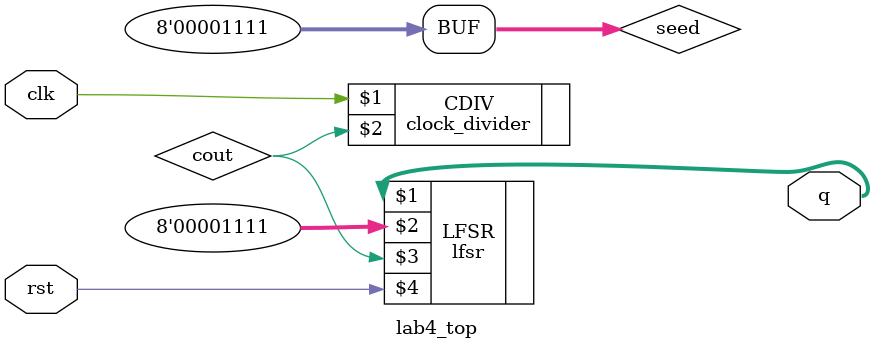
<source format=v>
`timescale 1ns / 1ps


module lab4_top(output [7:0] q,
                input clk,
                input rst);
                
    wire cout;
    reg [7:0] seed = 8'b0000_1111;
    
    clock_divider CDIV (clk,cout);
    lfsr LFSR (q,seed,cout,rst);

endmodule
</source>
